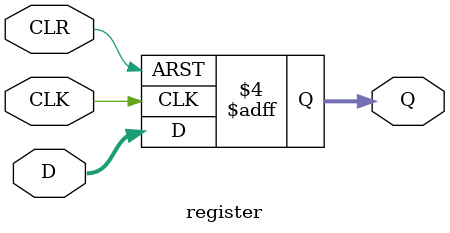
<source format=v>
module register(D,Q,CLK,CLR);
	parameter N=8;			//declare default value of 8
	input [N-1:0]D;		//declare 8-bit data input
	input CLK,CLR;			//declare clock and clear input 
	output reg[N-1:0]Q;	//declare 8-bit data output
		always @ (posedge CLK, negedge CLR)
			begin
				if(CLR==1'b0) Q<=0;			//register loaded with all 0's
				else if(CLK==1'b1) Q<=D;	//data input values loaded in register
	end
endmodule

</source>
